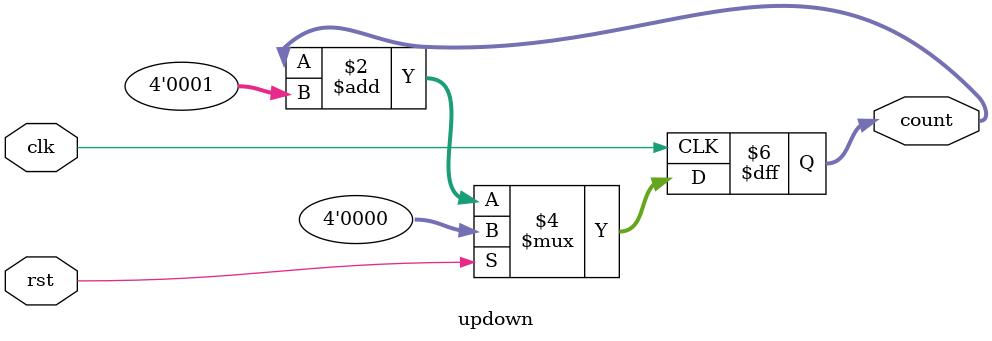
<source format=v>
`timescale 1ns / 1ps


module updown(
    output reg [3:0]count,
    input rst,
    input clk
    );
    always @(posedge clk)
    if(rst)
    count<=4'b0000;
    else
    count<=count+4'b0001;
endmodule    
    
    

</source>
